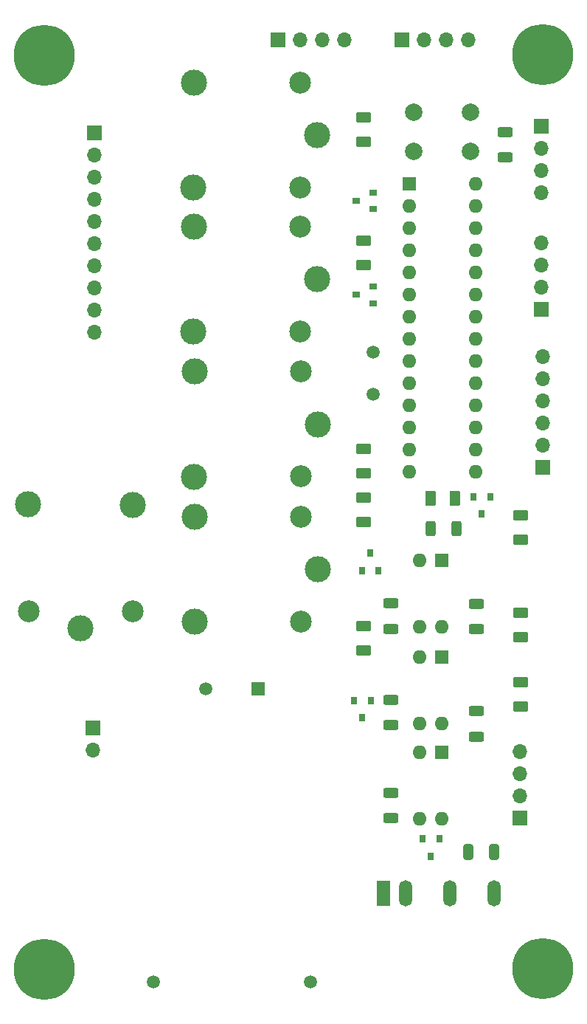
<source format=gts>
%TF.GenerationSoftware,KiCad,Pcbnew,(6.0.0)*%
%TF.CreationDate,2022-01-21T00:33:54+01:00*%
%TF.ProjectId,LuciCameraLettoRoma,4c756369-4361-46d6-9572-614c6574746f,rev?*%
%TF.SameCoordinates,Original*%
%TF.FileFunction,Soldermask,Top*%
%TF.FilePolarity,Negative*%
%FSLAX46Y46*%
G04 Gerber Fmt 4.6, Leading zero omitted, Abs format (unit mm)*
G04 Created by KiCad (PCBNEW (6.0.0)) date 2022-01-21 00:33:54*
%MOMM*%
%LPD*%
G01*
G04 APERTURE LIST*
G04 Aperture macros list*
%AMRoundRect*
0 Rectangle with rounded corners*
0 $1 Rounding radius*
0 $2 $3 $4 $5 $6 $7 $8 $9 X,Y pos of 4 corners*
0 Add a 4 corners polygon primitive as box body*
4,1,4,$2,$3,$4,$5,$6,$7,$8,$9,$2,$3,0*
0 Add four circle primitives for the rounded corners*
1,1,$1+$1,$2,$3*
1,1,$1+$1,$4,$5*
1,1,$1+$1,$6,$7*
1,1,$1+$1,$8,$9*
0 Add four rect primitives between the rounded corners*
20,1,$1+$1,$2,$3,$4,$5,0*
20,1,$1+$1,$4,$5,$6,$7,0*
20,1,$1+$1,$6,$7,$8,$9,0*
20,1,$1+$1,$8,$9,$2,$3,0*%
G04 Aperture macros list end*
%ADD10RoundRect,0.249999X0.625001X-0.312501X0.625001X0.312501X-0.625001X0.312501X-0.625001X-0.312501X0*%
%ADD11C,2.000000*%
%ADD12R,1.600000X1.600000*%
%ADD13O,1.600000X1.600000*%
%ADD14C,1.500000*%
%ADD15RoundRect,0.250000X0.375000X0.625000X-0.375000X0.625000X-0.375000X-0.625000X0.375000X-0.625000X0*%
%ADD16C,3.000000*%
%ADD17C,2.500000*%
%ADD18R,0.900000X0.800000*%
%ADD19R,0.800000X0.900000*%
%ADD20O,1.500000X3.000000*%
%ADD21R,1.500000X3.000000*%
%ADD22R,1.700000X1.700000*%
%ADD23O,1.700000X1.700000*%
%ADD24RoundRect,0.249999X-0.325001X-0.650001X0.325001X-0.650001X0.325001X0.650001X-0.325001X0.650001X0*%
%ADD25R,1.500000X1.500000*%
%ADD26RoundRect,0.250000X0.625000X-0.375000X0.625000X0.375000X-0.625000X0.375000X-0.625000X-0.375000X0*%
%ADD27RoundRect,0.250000X-0.625000X0.375000X-0.625000X-0.375000X0.625000X-0.375000X0.625000X0.375000X0*%
%ADD28RoundRect,0.249999X-0.625001X0.312501X-0.625001X-0.312501X0.625001X-0.312501X0.625001X0.312501X0*%
%ADD29RoundRect,0.249999X-0.312501X-0.625001X0.312501X-0.625001X0.312501X0.625001X-0.312501X0.625001X0*%
%ADD30C,7.000000*%
%ADD31C,0.800000*%
G04 APERTURE END LIST*
D10*
X147828000Y-69981000D03*
X147828000Y-67056000D03*
D11*
X143828000Y-69278500D03*
X137328000Y-69278500D03*
X143828000Y-64778500D03*
X137328000Y-64778500D03*
D12*
X136848000Y-72980500D03*
D13*
X136848000Y-75520500D03*
X136848000Y-78060500D03*
X136848000Y-80600500D03*
X136848000Y-83140500D03*
X136848000Y-85680500D03*
X136848000Y-88220500D03*
X136848000Y-90760500D03*
X136848000Y-93300500D03*
X136848000Y-95840500D03*
X136848000Y-98380500D03*
X136848000Y-100920500D03*
X136848000Y-103460500D03*
X136848000Y-106000500D03*
X144468000Y-106000500D03*
X144468000Y-103460500D03*
X144468000Y-100920500D03*
X144468000Y-98380500D03*
X144468000Y-95840500D03*
X144468000Y-93300500D03*
X144468000Y-90760500D03*
X144468000Y-88220500D03*
X144468000Y-85680500D03*
X144468000Y-83140500D03*
X144468000Y-80600500D03*
X144468000Y-78060500D03*
X144468000Y-75520500D03*
X144468000Y-72980500D03*
D14*
X132652000Y-92265500D03*
X132652000Y-97145500D03*
D15*
X142119000Y-109093000D03*
X139319000Y-109093000D03*
D16*
X126238000Y-67430000D03*
D17*
X124288000Y-61380000D03*
D16*
X112088000Y-61380000D03*
X112038000Y-73430000D03*
D17*
X124288000Y-73380000D03*
D16*
X126229000Y-83947000D03*
D17*
X124279000Y-77897000D03*
D16*
X112079000Y-77897000D03*
X112029000Y-89947000D03*
D17*
X124279000Y-89897000D03*
D16*
X126340000Y-100584000D03*
D17*
X124390000Y-94534000D03*
D16*
X112190000Y-94534000D03*
X112140000Y-106584000D03*
D17*
X124390000Y-106534000D03*
D16*
X126356000Y-117221000D03*
D17*
X124406000Y-111171000D03*
D16*
X112206000Y-111171000D03*
X112156000Y-123221000D03*
D17*
X124406000Y-123171000D03*
D16*
X99060000Y-123952000D03*
D17*
X105110000Y-122002000D03*
D16*
X105110000Y-109802000D03*
X93060000Y-109752000D03*
D17*
X93110000Y-122002000D03*
D18*
X132715000Y-75880000D03*
X132715000Y-73980000D03*
X130715000Y-74930000D03*
X132715000Y-86675000D03*
X132715000Y-84775000D03*
X130715000Y-85725000D03*
D19*
X131384000Y-117316000D03*
X133284000Y-117316000D03*
X132334000Y-115316000D03*
X132395000Y-132223000D03*
X130495000Y-132223000D03*
X131445000Y-134223000D03*
D20*
X136371500Y-154392000D03*
D21*
X133831500Y-154392000D03*
D20*
X141451500Y-154392000D03*
X146531500Y-154392000D03*
D12*
X140589000Y-138176000D03*
D13*
X138049000Y-138176000D03*
X138049000Y-145796000D03*
X140589000Y-145796000D03*
D12*
X140589000Y-116205000D03*
D13*
X138049000Y-116205000D03*
X138049000Y-123825000D03*
X140589000Y-123825000D03*
D10*
X134747000Y-135066500D03*
X134747000Y-132141500D03*
D12*
X140589000Y-127254000D03*
D13*
X138049000Y-127254000D03*
X138049000Y-134874000D03*
X140589000Y-134874000D03*
D10*
X134747000Y-124017500D03*
X134747000Y-121092500D03*
X134747000Y-145734500D03*
X134747000Y-142809500D03*
D22*
X149524000Y-145709000D03*
D23*
X149524000Y-143169000D03*
X149524000Y-140629000D03*
X149524000Y-138089000D03*
D24*
X143637000Y-149606000D03*
X146587000Y-149606000D03*
D25*
X119459000Y-130882500D03*
D14*
X113459000Y-130882500D03*
X125459000Y-164482500D03*
X107459000Y-164482500D03*
D26*
X149606000Y-132975000D03*
X149606000Y-130175000D03*
X149606000Y-124974000D03*
X149606000Y-122174000D03*
D27*
X149606000Y-110992000D03*
X149606000Y-113792000D03*
D19*
X140269000Y-148098000D03*
X138369000Y-148098000D03*
X139319000Y-150098000D03*
X146111000Y-108855000D03*
X144211000Y-108855000D03*
X145161000Y-110855000D03*
D28*
X144526000Y-133473500D03*
X144526000Y-136398500D03*
X144526000Y-121153500D03*
X144526000Y-124078500D03*
D29*
X139319500Y-112522000D03*
X142244500Y-112522000D03*
D22*
X152019000Y-87376000D03*
D23*
X152019000Y-84836000D03*
X152019000Y-82296000D03*
X152019000Y-79756000D03*
D22*
X152019000Y-66421000D03*
D23*
X152019000Y-68961000D03*
X152019000Y-71501000D03*
X152019000Y-74041000D03*
D22*
X121793000Y-56515000D03*
D23*
X124333000Y-56515000D03*
X126873000Y-56515000D03*
X129413000Y-56515000D03*
D22*
X152146000Y-105537000D03*
D23*
X152146000Y-102997000D03*
X152146000Y-100457000D03*
X152146000Y-97917000D03*
X152146000Y-95377000D03*
X152146000Y-92837000D03*
D22*
X136017000Y-56515000D03*
D23*
X138557000Y-56515000D03*
X141097000Y-56515000D03*
X143637000Y-56515000D03*
D30*
X94945200Y-58267600D03*
D31*
X96801355Y-60123755D03*
X93089045Y-60123755D03*
X96801355Y-56411445D03*
X92320200Y-58267600D03*
X94945200Y-60892600D03*
X93089045Y-56411445D03*
X97570200Y-58267600D03*
X94945200Y-55642600D03*
X152171400Y-60816400D03*
X149546400Y-58191400D03*
X154796400Y-58191400D03*
X150315245Y-56335245D03*
X152171400Y-55566400D03*
X154027555Y-60047555D03*
X150315245Y-60047555D03*
X154027555Y-56335245D03*
D30*
X152171400Y-58191400D03*
X152167000Y-163019000D03*
D31*
X154792000Y-163019000D03*
X150310845Y-164875155D03*
X154023155Y-161162845D03*
X154023155Y-164875155D03*
X152167000Y-160394000D03*
X149542000Y-163019000D03*
X150310845Y-161162845D03*
X152167000Y-165644000D03*
X96801355Y-161186445D03*
X93089045Y-164898755D03*
X93089045Y-161186445D03*
X92320200Y-163042600D03*
D30*
X94945200Y-163042600D03*
D31*
X96801355Y-164898755D03*
X97570200Y-163042600D03*
X94945200Y-160417600D03*
X94945200Y-165667600D03*
D26*
X131572000Y-68202000D03*
X131572000Y-65402000D03*
X131572000Y-82302000D03*
X131572000Y-79502000D03*
X131572000Y-106178000D03*
X131572000Y-103378000D03*
X131572000Y-111763000D03*
X131572000Y-108963000D03*
X131572000Y-126495000D03*
X131572000Y-123695000D03*
D22*
X100539000Y-135352000D03*
D23*
X100539000Y-137892000D03*
D22*
X100711000Y-67183000D03*
D23*
X100711000Y-69723000D03*
X100711000Y-72263000D03*
X100711000Y-74803000D03*
X100711000Y-77343000D03*
X100711000Y-79883000D03*
X100711000Y-82423000D03*
X100711000Y-84963000D03*
X100711000Y-87503000D03*
X100711000Y-90043000D03*
M02*

</source>
